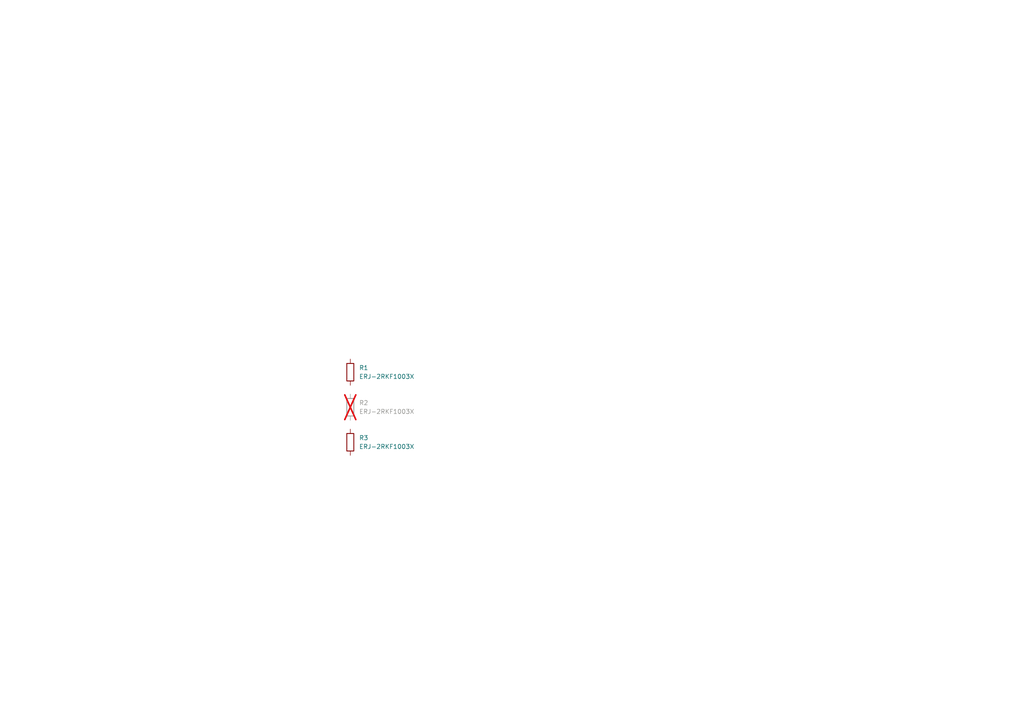
<source format=kicad_sch>
(kicad_sch (version 20250114) (generator "eeschema") (generator_version "9.0")
  (paper "A4")
  (lib_symbols
    (symbol "Device:R" (pin_numbers (hide yes)) (pin_names (offset 0))
      (property "Reference" "R" (at 2.032 0 90))
      (property "Value" "R" (at 0 0 90))
      (symbol "R_0_1"
        (rectangle (start -1.016 -2.54) (end 1.016 2.54) (stroke (width 0.254)))
      )
      (symbol "R_1_1"
        (pin passive line (at 0 3.81 270) (length 1.27) (name "~") (number "1"))
        (pin passive line (at 0 -3.81 90) (length 1.27) (name "~") (number "2"))
      )
    )
  )
  (symbol (lib_id "Device:R") (at 101.6 107.95 0) (unit 1)
    (property "Reference" "R1" (at 104.14 106.6799 0) (effects (justify left)))
    (property "Value" "ERJ-2RKF1003X" (at 104.14 109.2199 0) (effects (justify left)))
    (property "Footprint" "Resistor_SMD:R_0402_1005Metric" (effects (hide yes)))
    (property "Description" "Resistor" (effects (hide yes)))
  )
  (symbol (lib_id "Device:R") (at 101.6 118.11 0) (unit 1) (dnp yes)
    (property "Reference" "R2" (at 104.14 116.8399 0) (effects (justify left)))
    (property "Value" "ERJ-2RKF1003X" (at 104.14 119.3799 0) (effects (justify left)))
    (property "Footprint" "Resistor_SMD:R_0402_1005Metric" (effects (hide yes)))
    (property "Description" "Resistor" (effects (hide yes)))
  )
  (symbol (lib_id "Device:R") (at 101.6 128.27 0) (unit 1) (in_bom no)
    (property "Reference" "R3" (at 104.14 126.9999 0) (effects (justify left)))
    (property "Value" "ERJ-2RKF1003X" (at 104.14 129.5399 0) (effects (justify left)))
    (property "Footprint" "Resistor_SMD:R_0402_1005Metric" (effects (hide yes)))
    (property "Description" "Resistor" (effects (hide yes)))
  )
)
</source>
